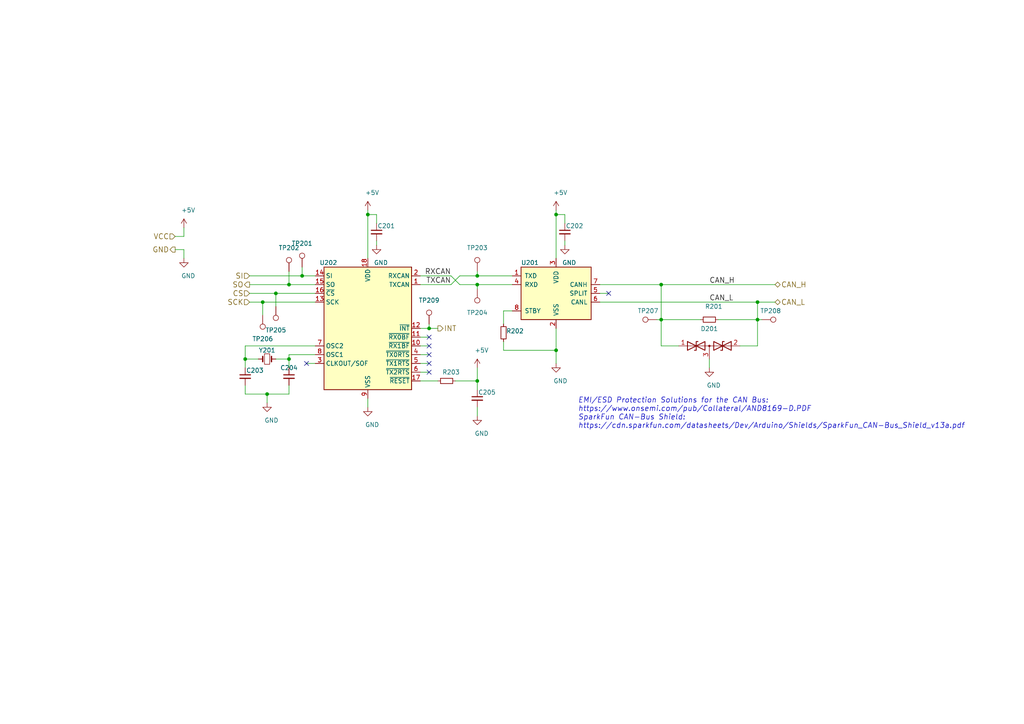
<source format=kicad_sch>
(kicad_sch (version 20211123) (generator eeschema)
  (paper "A4")
  (lib_symbols
    (symbol "Connector:TestPoint" (pin_numbers hide) (pin_names (offset 0.762) hide)
      (property "Reference" "TP" (at 0 6.858 0))
      (property "Value" "TestPoint" (at 0 5.08 0))
      (symbol "TestPoint_0_1"
        (circle (center 0 3.302) (radius 0.762))
      )
      (symbol "TestPoint_1_1"
        (pin passive line (at 0 0 90) (length 2.54) (name "1") (number "1"))
      )
    )
    (symbol "Device:C_Small" (pin_numbers hide) (pin_names (offset 0.254) hide)
      (property "Reference" "C" (at 0.254 1.778 0))
      (property "Value" "C_Small" (at 0.254 -2.032 0))
      (symbol "C_Small_0_1"
        (polyline (pts (xy -1.524 -0.508) (xy 1.524 -0.508)) (stroke (width 0.3302)))
        (polyline (pts (xy -1.524 0.508) (xy 1.524 0.508)) (stroke (width 0.3048)))
      )
      (symbol "C_Small_1_1"
        (pin passive line (at 0 2.54 270) (length 2.032) (name "~") (number "1"))
        (pin passive line (at 0 -2.54 90) (length 2.032) (name "~") (number "2"))
      )
    )
    (symbol "Device:Crystal_Small" (pin_numbers hide) (pin_names (offset 1.016) hide)
      (property "Reference" "Y" (at 0 2.54 0))
      (property "Value" "Crystal_Small" (at 0 -2.54 0))
      (symbol "Crystal_Small_0_1"
        (rectangle (start -0.762 -1.524) (end 0.762 1.524))
        (polyline (pts (xy -1.27 -0.762) (xy -1.27 0.762)) (stroke (width 0.381)))
        (polyline (pts (xy 1.27 -0.762) (xy 1.27 0.762)) (stroke (width 0.381)))
      )
      (symbol "Crystal_Small_1_1"
        (pin passive line (at -2.54 0 0) (length 1.27) (name "1") (number "1"))
        (pin passive line (at 2.54 0 180) (length 1.27) (name "2") (number "2"))
      )
    )
    (symbol "Device:D_TVS_Dual_AAC" (pin_names (offset 1.016) hide)
      (property "Reference" "D" (at 0 4.445 0))
      (property "Value" "D_TVS_Dual_AAC" (at 0 2.54 0))
      (symbol "D_TVS_Dual_AAC_0_0"
        (polyline (pts (xy 0 -1.27) (xy 0 0)))
      )
      (symbol "D_TVS_Dual_AAC_0_1"
        (polyline (pts (xy -6.35 0) (xy 6.35 0)))
        (polyline (pts (xy -3.302 1.27) (xy -3.81 1.27) (xy -3.81 -1.27) (xy -4.318 -1.27)) (stroke (width 0.254)))
        (polyline (pts (xy 4.318 1.27) (xy 3.81 1.27) (xy 3.81 -1.27) (xy 3.302 -1.27)) (stroke (width 0.254)))
        (polyline (pts (xy -6.35 1.27) (xy -1.27 -1.27) (xy -1.27 1.27) (xy -6.35 -1.27) (xy -6.35 1.27)) (stroke (width 0.254)))
        (polyline (pts (xy 6.35 1.27) (xy 1.27 -1.27) (xy 1.27 1.27) (xy 6.35 -1.27) (xy 6.35 1.27)) (stroke (width 0.254)))
        (circle (center 0 0) (radius 0.254) (fill (type outline)))
      )
      (symbol "D_TVS_Dual_AAC_1_1"
        (pin passive line (at -8.89 0 0) (length 2.54) (name "A1") (number "1"))
        (pin passive line (at 8.89 0 180) (length 2.54) (name "A2") (number "2"))
        (pin input line (at 0 -3.81 90) (length 2.54) (name "common") (number "3"))
      )
    )
    (symbol "Device:R_Small" (pin_numbers hide) (pin_names (offset 0.254) hide)
      (property "Reference" "R" (at 0.762 0.508 0))
      (property "Value" "R_Small" (at 0.762 -1.016 0))
      (symbol "R_Small_0_1"
        (rectangle (start -0.762 1.778) (end 0.762 -1.778) (stroke (width 0.2032)))
      )
      (symbol "R_Small_1_1"
        (pin passive line (at 0 2.54 270) (length 0.762) (name "~") (number "1"))
        (pin passive line (at 0 -2.54 90) (length 0.762) (name "~") (number "2"))
      )
    )
    (symbol "Interface_CAN_LIN:MCP2515-xSO"
      (property "Reference" "U" (at -10.16 19.685 0))
      (property "Value" "MCP2515-xSO" (at 19.05 20.32 0))
      (symbol "MCP2515-xSO_0_1"
        (rectangle (start -12.7 17.78) (end 12.7 -17.78) (stroke (width 0.254)) (fill (type background)))
      )
      (symbol "MCP2515-xSO_1_1"
        (pin output line (at 15.24 12.7 180) (length 2.54) (name "TXCAN") (number "1"))
        (pin output line (at 15.24 -5.08 180) (length 2.54) (name "~{RX1BF}") (number "10"))
        (pin output line (at 15.24 -2.54 180) (length 2.54) (name "~{RX0BF}") (number "11"))
        (pin output line (at 15.24 0 180) (length 2.54) (name "~{INT}") (number "12"))
        (pin input line (at -15.24 7.62 0) (length 2.54) (name "SCK") (number "13"))
        (pin input line (at -15.24 15.24 0) (length 2.54) (name "SI") (number "14"))
        (pin output line (at -15.24 12.7 0) (length 2.54) (name "SO") (number "15"))
        (pin input line (at -15.24 10.16 0) (length 2.54) (name "~{CS}") (number "16"))
        (pin input line (at 15.24 -15.24 180) (length 2.54) (name "~{RESET}") (number "17"))
        (pin power_in line (at 0 20.32 270) (length 2.54) (name "VDD") (number "18"))
        (pin input line (at 15.24 15.24 180) (length 2.54) (name "RXCAN") (number "2"))
        (pin output line (at -15.24 -10.16 0) (length 2.54) (name "CLKOUT/SOF") (number "3"))
        (pin input line (at 15.24 -7.62 180) (length 2.54) (name "~{TX0RTS}") (number "4"))
        (pin input line (at 15.24 -10.16 180) (length 2.54) (name "~{TX1RTS}") (number "5"))
        (pin input line (at 15.24 -12.7 180) (length 2.54) (name "~{TX2RTS}") (number "6"))
        (pin output line (at -15.24 -5.08 0) (length 2.54) (name "OSC2") (number "7"))
        (pin input line (at -15.24 -7.62 0) (length 2.54) (name "OSC1") (number "8"))
        (pin power_in line (at 0 -20.32 90) (length 2.54) (name "VSS") (number "9"))
      )
    )
    (symbol "Interface_CAN_LIN:MCP2561-E-SN" (pin_names (offset 1.016))
      (property "Reference" "U" (at -10.16 8.89 0))
      (property "Value" "MCP2561-E-SN" (at 2.54 8.89 0))
      (symbol "MCP2561-E-SN_0_1"
        (rectangle (start -10.16 7.62) (end 10.16 -7.62) (stroke (width 0.254)) (fill (type background)))
      )
      (symbol "MCP2561-E-SN_1_1"
        (pin input line (at -12.7 5.08 0) (length 2.54) (name "TXD") (number "1"))
        (pin power_in line (at 0 -10.16 90) (length 2.54) (name "VSS") (number "2"))
        (pin power_in line (at 0 10.16 270) (length 2.54) (name "VDD") (number "3"))
        (pin output line (at -12.7 2.54 0) (length 2.54) (name "RXD") (number "4"))
        (pin passive line (at 12.7 0 180) (length 2.54) (name "SPLIT") (number "5"))
        (pin bidirectional line (at 12.7 -2.54 180) (length 2.54) (name "CANL") (number "6"))
        (pin bidirectional line (at 12.7 2.54 180) (length 2.54) (name "CANH") (number "7"))
        (pin input line (at -12.7 -5.08 0) (length 2.54) (name "STBY") (number "8"))
      )
    )
    (symbol "power:+5V" (power) (pin_names (offset 0))
      (property "Value" "+5V" (at 0 3.556 0))
      (symbol "+5V_0_1"
        (polyline (pts (xy -0.762 1.27) (xy 0 2.54)))
        (polyline (pts (xy 0 0) (xy 0 2.54)))
        (polyline (pts (xy 0 2.54) (xy 0.762 1.27)))
      )
      (symbol "+5V_1_1"
        (pin power_in line (at 0 0 90) (length 0) hide (name "+5V") (number "1"))
      )
    )
    (symbol "power:GND" (power) (pin_names (offset 0))
      (property "Value" "GND" (at 0 -3.81 0))
      (symbol "GND_0_1"
        (polyline (pts (xy 0 0) (xy 0 -1.27) (xy 1.27 -1.27) (xy 0 -2.54) (xy -1.27 -1.27) (xy 0 -1.27)))
      )
      (symbol "GND_1_1"
        (pin power_in line (at 0 0 270) (length 0) hide (name "GND") (number "1"))
      )
    )
  )
  (junction (at 87.63 80.01))
  (junction (at 161.29 101.6))
  (junction (at 77.47 114.3))
  (junction (at 124.46 95.25))
  (junction (at 138.43 80.01))
  (junction (at 191.77 92.71))
  (junction (at 71.12 104.14))
  (junction (at 76.2 87.63))
  (junction (at 83.82 104.14))
  (junction (at 106.68 62.23))
  (junction (at 138.43 110.49))
  (junction (at 80.01 85.09))
  (junction (at 161.29 62.23))
  (junction (at 138.43 82.55))
  (junction (at 219.71 92.71))
  (junction (at 83.82 82.55))
  (junction (at 191.77 82.55))
  (junction (at 219.71 87.63))
  (no_connect (at 124.46 102.87))
  (no_connect (at 176.53 85.09))
  (no_connect (at 124.46 100.33))
  (no_connect (at 124.46 97.79))
  (no_connect (at 88.9 105.41))
  (no_connect (at 124.46 105.41))
  (no_connect (at 124.46 107.95))
  (wire (pts (xy 161.29 62.23) (xy 161.29 74.93)))
  (wire (pts (xy 83.82 82.55) (xy 83.82 78.74)))
  (wire (pts (xy 71.12 114.3) (xy 71.12 111.76)))
  (wire (pts (xy 163.83 64.77) (xy 163.83 62.23)))
  (wire (pts (xy 124.46 105.41) (xy 121.92 105.41)))
  (wire (pts (xy 88.9 105.41) (xy 91.44 105.41)))
  (wire (pts (xy 71.12 114.3) (xy 77.47 114.3)))
  (wire (pts (xy 71.12 100.33) (xy 91.44 100.33)))
  (wire (pts (xy 214.63 100.33) (xy 219.71 100.33)))
  (wire (pts (xy 219.71 87.63) (xy 224.79 87.63)))
  (wire (pts (xy 76.2 87.63) (xy 91.44 87.63)))
  (wire (pts (xy 72.39 87.63) (xy 76.2 87.63)))
  (wire (pts (xy 161.29 62.23) (xy 163.83 62.23)))
  (wire (pts (xy 208.28 92.71) (xy 219.71 92.71)))
  (wire (pts (xy 109.22 69.85) (xy 109.22 71.12)))
  (wire (pts (xy 72.39 80.01) (xy 87.63 80.01)))
  (wire (pts (xy 109.22 64.77) (xy 109.22 62.23)))
  (wire (pts (xy 83.82 102.87) (xy 83.82 104.14)))
  (wire (pts (xy 83.82 102.87) (xy 91.44 102.87)))
  (wire (pts (xy 161.29 101.6) (xy 161.29 105.41)))
  (wire (pts (xy 133.35 80.01) (xy 138.43 80.01)))
  (wire (pts (xy 138.43 106.68) (xy 138.43 110.49)))
  (wire (pts (xy 161.29 60.96) (xy 161.29 62.23)))
  (wire (pts (xy 83.82 104.14) (xy 83.82 106.68)))
  (wire (pts (xy 138.43 80.01) (xy 148.59 80.01)))
  (wire (pts (xy 106.68 118.11) (xy 106.68 115.57)))
  (wire (pts (xy 124.46 100.33) (xy 121.92 100.33)))
  (wire (pts (xy 72.39 85.09) (xy 80.01 85.09)))
  (wire (pts (xy 53.34 68.58) (xy 50.8 68.58)))
  (wire (pts (xy 138.43 78.74) (xy 138.43 80.01)))
  (wire (pts (xy 191.77 92.71) (xy 203.2 92.71)))
  (wire (pts (xy 124.46 95.25) (xy 127 95.25)))
  (wire (pts (xy 219.71 92.71) (xy 220.98 92.71)))
  (wire (pts (xy 124.46 93.98) (xy 124.46 95.25)))
  (wire (pts (xy 124.46 97.79) (xy 121.92 97.79)))
  (wire (pts (xy 176.53 85.09) (xy 173.99 85.09)))
  (wire (pts (xy 71.12 104.14) (xy 71.12 106.68)))
  (wire (pts (xy 83.82 104.14) (xy 80.01 104.14)))
  (wire (pts (xy 83.82 114.3) (xy 83.82 111.76)))
  (wire (pts (xy 106.68 60.96) (xy 106.68 62.23)))
  (wire (pts (xy 163.83 69.85) (xy 163.83 71.12)))
  (wire (pts (xy 146.05 93.98) (xy 146.05 90.17)))
  (wire (pts (xy 121.92 82.55) (xy 130.81 82.55)))
  (wire (pts (xy 77.47 114.3) (xy 83.82 114.3)))
  (wire (pts (xy 191.77 82.55) (xy 224.79 82.55)))
  (wire (pts (xy 83.82 82.55) (xy 91.44 82.55)))
  (wire (pts (xy 124.46 107.95) (xy 121.92 107.95)))
  (wire (pts (xy 205.74 104.14) (xy 205.74 106.68)))
  (wire (pts (xy 121.92 110.49) (xy 127 110.49)))
  (wire (pts (xy 106.68 62.23) (xy 109.22 62.23)))
  (wire (pts (xy 146.05 90.17) (xy 148.59 90.17)))
  (wire (pts (xy 80.01 88.9) (xy 80.01 85.09)))
  (wire (pts (xy 121.92 95.25) (xy 124.46 95.25)))
  (wire (pts (xy 80.01 85.09) (xy 91.44 85.09)))
  (wire (pts (xy 53.34 66.04) (xy 53.34 68.58)))
  (wire (pts (xy 74.93 104.14) (xy 71.12 104.14)))
  (wire (pts (xy 173.99 82.55) (xy 191.77 82.55)))
  (wire (pts (xy 53.34 72.39) (xy 53.34 74.93)))
  (wire (pts (xy 138.43 118.11) (xy 138.43 120.65)))
  (wire (pts (xy 71.12 100.33) (xy 71.12 104.14)))
  (wire (pts (xy 146.05 99.06) (xy 146.05 101.6)))
  (wire (pts (xy 121.92 80.01) (xy 130.81 80.01)))
  (wire (pts (xy 133.35 82.55) (xy 138.43 82.55)))
  (wire (pts (xy 138.43 110.49) (xy 138.43 113.03)))
  (wire (pts (xy 106.68 62.23) (xy 106.68 74.93)))
  (wire (pts (xy 219.71 87.63) (xy 219.71 92.71)))
  (wire (pts (xy 138.43 110.49) (xy 132.08 110.49)))
  (wire (pts (xy 76.2 91.44) (xy 76.2 87.63)))
  (wire (pts (xy 161.29 95.25) (xy 161.29 101.6)))
  (wire (pts (xy 77.47 116.84) (xy 77.47 114.3)))
  (wire (pts (xy 138.43 82.55) (xy 148.59 82.55)))
  (wire (pts (xy 87.63 80.01) (xy 91.44 80.01)))
  (wire (pts (xy 146.05 101.6) (xy 161.29 101.6)))
  (wire (pts (xy 124.46 102.87) (xy 121.92 102.87)))
  (wire (pts (xy 130.81 82.55) (xy 133.35 80.01)))
  (wire (pts (xy 87.63 77.47) (xy 87.63 80.01)))
  (wire (pts (xy 196.85 100.33) (xy 191.77 100.33)))
  (wire (pts (xy 190.5 92.71) (xy 191.77 92.71)))
  (wire (pts (xy 50.8 72.39) (xy 53.34 72.39)))
  (wire (pts (xy 191.77 100.33) (xy 191.77 92.71)))
  (wire (pts (xy 173.99 87.63) (xy 219.71 87.63)))
  (wire (pts (xy 138.43 83.82) (xy 138.43 82.55)))
  (wire (pts (xy 219.71 100.33) (xy 219.71 92.71)))
  (wire (pts (xy 191.77 82.55) (xy 191.77 92.71)))
  (wire (pts (xy 130.81 80.01) (xy 133.35 82.55)))
  (wire (pts (xy 72.39 82.55) (xy 83.82 82.55)))
  (text "EMI/ESD Protection Solutions for the CAN Bus: \nhttps://www.onsemi.com/pub/Collateral/AND8169-D.PDF\nSparkFun CAN-Bus Shield:\nhttps://cdn.sparkfun.com/datasheets/Dev/Arduino/Shields/SparkFun_CAN-Bus_Shield_v13a.pdf" (at 167.64 124.46 0) (effects (font (size 1.524 1.524) italic) (justify left bottom)))
  (label "RXCAN" (at 130.81 80.01 180) (effects (font (size 1.524 1.524))))
  (label "CAN_L" (at 205.74 87.63 0) (effects (font (size 1.524 1.524))))
  (label "CAN_H" (at 205.74 82.55 0) (effects (font (size 1.524 1.524))))
  (label "TXCAN" (at 130.81 82.55 180) (effects (font (size 1.524 1.524))))
  (hierarchical_label "INT" (shape output) (at 127 95.25 0) (effects (font (size 1.524 1.524))))
  (hierarchical_label "CS" (shape input) (at 72.39 85.09 180) (effects (font (size 1.524 1.524))))
  (hierarchical_label "CAN_H" (shape bidirectional) (at 224.79 82.55 0) (effects (font (size 1.524 1.524))))
  (hierarchical_label "SI" (shape input) (at 72.39 80.01 180) (effects (font (size 1.524 1.524))))
  (hierarchical_label "VCC" (shape input) (at 50.8 68.58 180) (effects (font (size 1.524 1.524))))
  (hierarchical_label "SO" (shape output) (at 72.39 82.55 180) (effects (font (size 1.524 1.524))))
  (hierarchical_label "CAN_L" (shape bidirectional) (at 224.79 87.63 0) (effects (font (size 1.524 1.524))))
  (hierarchical_label "GND" (shape output) (at 50.8 72.39 180) (effects (font (size 1.524 1.524))))
  (hierarchical_label "SCK" (shape input) (at 72.39 87.63 180) (effects (font (size 1.524 1.524))))
  (symbol (lib_id "Connector:TestPoint") (at 138.43 78.74 0) (unit 1)
    (property "Reference" "TP203" (at 138.43 71.882 0))
  )
  (symbol (lib_id "power:GND") (at 109.22 71.12 0) (unit 1)
    (property "Reference" "#PWR0306" (effects hide))
  )
  (symbol (lib_id "Device:R_Small") (at 205.74 92.71 270) (unit 1)
    (property "Reference" "R201" (at 204.47 88.9 90) (effects (justify left)))
  )
  (symbol (lib_id "Device:C_Small") (at 83.82 109.22 0) (unit 1)
    (property "Reference" "C204" (at 81.28 106.68 0) (effects (justify left)))
  )
  (symbol (lib_id "power:GND") (at 138.43 120.65 0) (unit 1)
    (property "Reference" "#PWR0308" (effects hide))
  )
  (symbol (lib_id "Device:Crystal_Small") (at 77.47 104.14 0) (unit 1)
    (property "Reference" "Y201" (at 77.47 101.6 0))
    (property "Datasheet" "http://www.farnell.com/datasheets/321153.pdf" (effects hide))
  )
  (symbol (lib_id "power:GND") (at 161.29 105.41 0) (unit 1)
    (property "Reference" "#PWR0310" (effects hide))
  )
  (symbol (lib_id "Device:C_Small") (at 71.12 109.22 0) (unit 1)
    (property "Reference" "C203" (at 71.374 107.442 0) (effects (justify left)))
  )
  (symbol (lib_id "power:+5V") (at 53.34 66.04 0) (unit 1)
    (property "Reference" "#PWR0301" (effects hide))
  )
  (symbol (lib_id "power:+5V") (at 161.29 60.96 0) (unit 1)
    (property "Reference" "#PWR0309" (effects hide))
  )
  (symbol (lib_id "power:GND") (at 163.83 71.12 0) (unit 1)
    (property "Reference" "#PWR0311" (effects hide))
  )
  (symbol (lib_id "Device:C_Small") (at 109.22 67.31 0) (unit 1)
    (property "Reference" "C201" (at 109.474 65.532 0) (effects (justify left)))
  )
  (symbol (lib_id "Device:D_TVS_Dual_AAC") (at 205.74 100.33 0) (unit 1)
    (property "Reference" "D201" (at 205.74 95.3602 0))
  )
  (symbol (lib_id "Device:C_Small") (at 163.83 67.31 0) (unit 1)
    (property "Reference" "C202" (at 164.084 65.532 0) (effects (justify left)))
  )
  (symbol (lib_id "Connector:TestPoint") (at 220.98 92.71 270) (unit 1)
    (property "Reference" "TP208" (at 223.52 90.17 90))
  )
  (symbol (lib_id "Connector:TestPoint") (at 80.01 88.9 180) (unit 1)
    (property "Reference" "TP205" (at 80.01 95.758 0))
  )
  (symbol (lib_id "Connector:TestPoint") (at 87.63 77.47 0) (unit 1)
    (property "Reference" "TP201" (at 87.63 70.612 0))
  )
  (symbol (lib_id "Connector:TestPoint") (at 124.46 93.98 0) (unit 1)
    (property "Reference" "TP209" (at 124.46 87.122 0))
  )
  (symbol (lib_id "Device:C_Small") (at 138.43 115.57 0) (unit 1)
    (property "Reference" "C205" (at 138.684 113.792 0) (effects (justify left)))
  )
  (symbol (lib_id "Interface_CAN_LIN:MCP2515-xSO") (at 106.68 95.25 0) (unit 1)
    (property "Reference" "U202" (at 95.25 76.2 0))
    (property "Datasheet" "http://ww1.microchip.com/downloads/en/DeviceDoc/21801e.pdf" (effects hide))
  )
  (symbol (lib_id "Connector:TestPoint") (at 190.5 92.71 90) (mirror x) (unit 1)
    (property "Reference" "TP207" (at 187.96 90.17 90))
  )
  (symbol (lib_id "power:+5V") (at 106.68 60.96 0) (unit 1)
    (property "Reference" "#PWR0304" (effects hide))
  )
  (symbol (lib_id "Interface_CAN_LIN:MCP2561-E-SN") (at 161.29 85.09 0) (unit 1)
    (property "Reference" "U201" (at 151.13 76.2 0) (effects (justify left)))
  )
  (symbol (lib_id "Device:R_Small") (at 129.54 110.49 270) (unit 1)
    (property "Reference" "R203" (at 128.27 107.95 90) (effects (justify left)))
  )
  (symbol (lib_id "Connector:TestPoint") (at 76.2 91.44 180) (unit 1)
    (property "Reference" "TP206" (at 76.2 98.298 0))
  )
  (symbol (lib_id "Device:R_Small") (at 146.05 96.52 0) (unit 1)
    (property "Reference" "R202" (at 146.812 96.012 0) (effects (justify left)))
  )
  (symbol (lib_id "power:GND") (at 53.34 74.93 0) (unit 1)
    (property "Reference" "#PWR0302" (effects hide))
  )
  (symbol (lib_id "power:GND") (at 205.74 106.68 0) (unit 1)
    (property "Reference" "#PWR0312" (effects hide))
  )
  (symbol (lib_id "power:GND") (at 106.68 118.11 0) (unit 1)
    (property "Reference" "#PWR0305" (effects hide))
  )
  (symbol (lib_id "power:+5V") (at 138.43 106.68 0) (unit 1)
    (property "Reference" "#PWR0307" (effects hide))
  )
  (symbol (lib_id "Connector:TestPoint") (at 138.43 83.82 180) (unit 1)
    (property "Reference" "TP204" (at 138.43 90.678 0))
  )
  (symbol (lib_id "Connector:TestPoint") (at 83.82 78.74 0) (unit 1)
    (property "Reference" "TP202" (at 83.82 71.882 0))
  )
  (symbol (lib_id "power:GND") (at 77.47 116.84 0) (unit 1)
    (property "Reference" "#PWR0303" (effects hide))
  )
)
</source>
